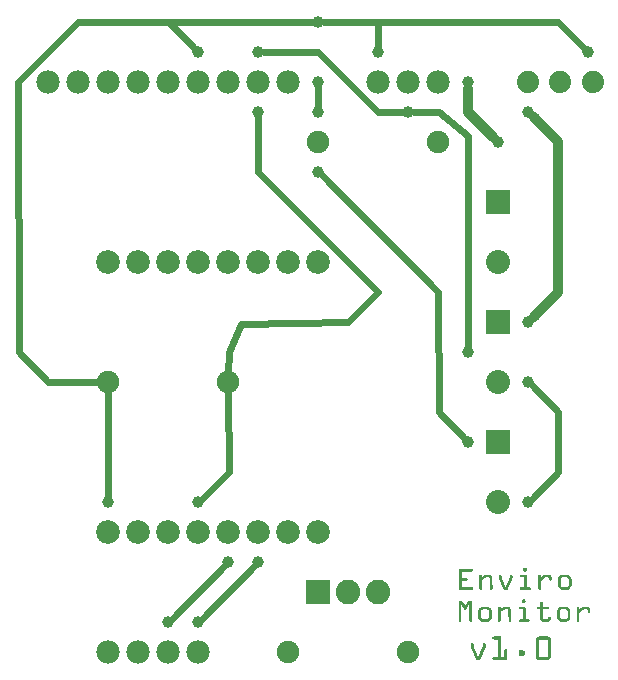
<source format=gtl>
G04 MADE WITH FRITZING*
G04 WWW.FRITZING.ORG*
G04 DOUBLE SIDED*
G04 HOLES PLATED*
G04 CONTOUR ON CENTER OF CONTOUR VECTOR*
%ASAXBY*%
%FSLAX23Y23*%
%MOIN*%
%OFA0B0*%
%SFA1.0B1.0*%
%ADD10C,0.039370*%
%ADD11C,0.079391*%
%ADD12C,0.082000*%
%ADD13C,0.074000*%
%ADD14C,0.078000*%
%ADD15C,0.075000*%
%ADD16C,0.080000*%
%ADD17R,0.082000X0.082000*%
%ADD18R,0.080000X0.080000*%
%ADD19C,0.024000*%
%ADD20C,0.032000*%
%ADD21R,0.001000X0.001000*%
%LNCOPPER1*%
G90*
G70*
G54D10*
X422Y647D03*
X722Y647D03*
X722Y2147D03*
X922Y2147D03*
X922Y1947D03*
X1322Y2147D03*
X1122Y1947D03*
X1122Y1747D03*
X1422Y1947D03*
X2022Y2147D03*
X1622Y2047D03*
X1722Y1847D03*
X1822Y1947D03*
X1822Y1247D03*
X1822Y647D03*
X1822Y1047D03*
X1622Y1147D03*
X1622Y847D03*
X822Y447D03*
X622Y247D03*
X922Y447D03*
X722Y247D03*
X1122Y2047D03*
X1122Y2247D03*
G54D11*
X1122Y1447D03*
X1022Y1447D03*
X922Y1447D03*
X822Y1447D03*
X722Y1447D03*
X622Y1447D03*
X522Y1447D03*
X422Y1447D03*
X422Y547D03*
X522Y547D03*
X622Y547D03*
X722Y547D03*
X822Y547D03*
X922Y547D03*
X1022Y547D03*
X1122Y547D03*
G54D12*
X1122Y347D03*
X1222Y347D03*
X1322Y347D03*
G54D13*
X1822Y2047D03*
X1929Y2047D03*
X2036Y2047D03*
X1822Y2047D03*
X1929Y2047D03*
X2036Y2047D03*
G54D14*
X722Y2047D03*
X622Y2047D03*
X522Y2047D03*
X422Y2047D03*
X322Y2047D03*
X222Y2047D03*
X822Y2047D03*
X922Y2047D03*
X1022Y2047D03*
X1322Y2047D03*
X1422Y2047D03*
X1522Y2047D03*
X422Y147D03*
X522Y147D03*
X622Y147D03*
X722Y147D03*
G54D15*
X1122Y1847D03*
X1522Y1847D03*
X1422Y147D03*
X1022Y147D03*
X822Y1047D03*
X422Y1047D03*
G54D16*
X1722Y1647D03*
X1722Y1447D03*
X1722Y1247D03*
X1722Y1047D03*
X1722Y847D03*
X1722Y647D03*
G54D17*
X1122Y347D03*
G54D18*
X1722Y1647D03*
X1722Y1247D03*
X1722Y847D03*
G54D19*
X422Y666D02*
X422Y1019D01*
D02*
X709Y2161D02*
X623Y2247D01*
D02*
X1403Y1947D02*
X1322Y1947D01*
D02*
X1122Y1966D02*
X1122Y2028D01*
D02*
X1322Y2166D02*
X1322Y2247D01*
D02*
X2009Y2161D02*
X1922Y2247D01*
G54D20*
D02*
X1622Y1947D02*
X1705Y1865D01*
D02*
X1622Y2023D02*
X1622Y1947D01*
G54D19*
D02*
X1922Y747D02*
X1922Y947D01*
D02*
X1922Y947D02*
X1836Y1034D01*
D02*
X1836Y661D02*
X1922Y747D01*
G54D20*
D02*
X1922Y1847D02*
X1840Y1930D01*
D02*
X1922Y1347D02*
X1922Y1847D01*
D02*
X1840Y1265D02*
X1922Y1347D01*
G54D19*
D02*
X636Y261D02*
X809Y434D01*
D02*
X909Y434D02*
X736Y261D01*
D02*
X1322Y1347D02*
X1222Y1247D01*
D02*
X1222Y1247D02*
X864Y1241D01*
D02*
X864Y1241D02*
X823Y1146D01*
D02*
X823Y1146D02*
X822Y1076D01*
D02*
X922Y1747D02*
X1322Y1347D01*
D02*
X922Y1928D02*
X922Y1747D01*
D02*
X941Y2147D02*
X1121Y2148D01*
D02*
X1121Y2148D02*
X1322Y1947D01*
D02*
X1522Y1347D02*
X1136Y1734D01*
D02*
X1523Y948D02*
X1522Y1347D01*
D02*
X1609Y861D02*
X1523Y948D01*
D02*
X1322Y2247D02*
X1141Y2247D01*
D02*
X1103Y2247D02*
X623Y2247D01*
D02*
X823Y748D02*
X822Y1019D01*
D02*
X736Y661D02*
X823Y748D01*
D02*
X122Y2048D02*
X123Y1147D01*
D02*
X322Y2247D02*
X122Y2048D01*
D02*
X623Y2247D02*
X322Y2247D01*
D02*
X221Y1046D02*
X394Y1047D01*
D02*
X123Y1147D02*
X221Y1046D01*
D02*
X1622Y1347D02*
X1622Y1166D01*
D02*
X1622Y1747D02*
X1622Y1347D01*
D02*
X1922Y2247D02*
X1322Y2247D01*
D02*
X1441Y1947D02*
X1523Y1947D01*
D02*
X1621Y1867D02*
X1622Y1747D01*
D02*
X1523Y1947D02*
X1621Y1867D01*
G54D21*
X1806Y428D02*
X1814Y428D01*
X1805Y427D02*
X1815Y427D01*
X1804Y426D02*
X1816Y426D01*
X1804Y425D02*
X1816Y425D01*
X1593Y424D02*
X1635Y424D01*
X1804Y424D02*
X1816Y424D01*
X1593Y423D02*
X1636Y423D01*
X1804Y423D02*
X1816Y423D01*
X1593Y422D02*
X1637Y422D01*
X1804Y422D02*
X1816Y422D01*
X1593Y421D02*
X1637Y421D01*
X1804Y421D02*
X1816Y421D01*
X1593Y420D02*
X1637Y420D01*
X1804Y420D02*
X1816Y420D01*
X1593Y419D02*
X1637Y419D01*
X1804Y419D02*
X1816Y419D01*
X1593Y418D02*
X1637Y418D01*
X1804Y418D02*
X1816Y418D01*
X1593Y417D02*
X1636Y417D01*
X1805Y417D02*
X1815Y417D01*
X1593Y416D02*
X1634Y416D01*
X1807Y416D02*
X1813Y416D01*
X1593Y415D02*
X1601Y415D01*
X1593Y414D02*
X1601Y414D01*
X1593Y413D02*
X1601Y413D01*
X1593Y412D02*
X1601Y412D01*
X1593Y411D02*
X1601Y411D01*
X1593Y410D02*
X1601Y410D01*
X1593Y409D02*
X1601Y409D01*
X1593Y408D02*
X1601Y408D01*
X1593Y407D02*
X1601Y407D01*
X1593Y406D02*
X1601Y406D01*
X1593Y405D02*
X1601Y405D01*
X1661Y405D02*
X1665Y405D01*
X1680Y405D02*
X1692Y405D01*
X1727Y405D02*
X1730Y405D01*
X1763Y405D02*
X1766Y405D01*
X1797Y405D02*
X1814Y405D01*
X1858Y405D02*
X1862Y405D01*
X1876Y405D02*
X1890Y405D01*
X1934Y405D02*
X1953Y405D01*
X1593Y404D02*
X1601Y404D01*
X1660Y404D02*
X1666Y404D01*
X1678Y404D02*
X1695Y404D01*
X1726Y404D02*
X1731Y404D01*
X1762Y404D02*
X1767Y404D01*
X1796Y404D02*
X1815Y404D01*
X1857Y404D02*
X1863Y404D01*
X1875Y404D02*
X1893Y404D01*
X1932Y404D02*
X1955Y404D01*
X1593Y403D02*
X1601Y403D01*
X1659Y403D02*
X1666Y403D01*
X1676Y403D02*
X1696Y403D01*
X1725Y403D02*
X1732Y403D01*
X1761Y403D02*
X1768Y403D01*
X1795Y403D02*
X1816Y403D01*
X1856Y403D02*
X1863Y403D01*
X1873Y403D02*
X1894Y403D01*
X1930Y403D02*
X1957Y403D01*
X1593Y402D02*
X1601Y402D01*
X1659Y402D02*
X1667Y402D01*
X1674Y402D02*
X1697Y402D01*
X1725Y402D02*
X1732Y402D01*
X1761Y402D02*
X1768Y402D01*
X1795Y402D02*
X1816Y402D01*
X1856Y402D02*
X1864Y402D01*
X1872Y402D02*
X1896Y402D01*
X1929Y402D02*
X1958Y402D01*
X1593Y401D02*
X1601Y401D01*
X1659Y401D02*
X1667Y401D01*
X1673Y401D02*
X1698Y401D01*
X1724Y401D02*
X1733Y401D01*
X1760Y401D02*
X1769Y401D01*
X1795Y401D02*
X1816Y401D01*
X1856Y401D02*
X1864Y401D01*
X1871Y401D02*
X1896Y401D01*
X1928Y401D02*
X1959Y401D01*
X1593Y400D02*
X1601Y400D01*
X1659Y400D02*
X1667Y400D01*
X1671Y400D02*
X1699Y400D01*
X1724Y400D02*
X1733Y400D01*
X1760Y400D02*
X1769Y400D01*
X1795Y400D02*
X1816Y400D01*
X1856Y400D02*
X1864Y400D01*
X1870Y400D02*
X1897Y400D01*
X1927Y400D02*
X1960Y400D01*
X1593Y399D02*
X1601Y399D01*
X1659Y399D02*
X1667Y399D01*
X1670Y399D02*
X1700Y399D01*
X1724Y399D02*
X1733Y399D01*
X1760Y399D02*
X1769Y399D01*
X1795Y399D02*
X1816Y399D01*
X1856Y399D02*
X1864Y399D01*
X1869Y399D02*
X1898Y399D01*
X1926Y399D02*
X1961Y399D01*
X1593Y398D02*
X1601Y398D01*
X1659Y398D02*
X1700Y398D01*
X1724Y398D02*
X1733Y398D01*
X1760Y398D02*
X1769Y398D01*
X1796Y398D02*
X1816Y398D01*
X1856Y398D02*
X1864Y398D01*
X1868Y398D02*
X1899Y398D01*
X1925Y398D02*
X1962Y398D01*
X1593Y397D02*
X1601Y397D01*
X1659Y397D02*
X1701Y397D01*
X1724Y397D02*
X1733Y397D01*
X1760Y397D02*
X1769Y397D01*
X1797Y397D02*
X1816Y397D01*
X1856Y397D02*
X1864Y397D01*
X1866Y397D02*
X1899Y397D01*
X1924Y397D02*
X1963Y397D01*
X1593Y396D02*
X1601Y396D01*
X1659Y396D02*
X1681Y396D01*
X1691Y396D02*
X1701Y396D01*
X1724Y396D02*
X1733Y396D01*
X1760Y396D02*
X1769Y396D01*
X1808Y396D02*
X1816Y396D01*
X1856Y396D02*
X1878Y396D01*
X1889Y396D02*
X1899Y396D01*
X1923Y396D02*
X1935Y396D01*
X1952Y396D02*
X1964Y396D01*
X1593Y395D02*
X1601Y395D01*
X1659Y395D02*
X1679Y395D01*
X1692Y395D02*
X1701Y395D01*
X1724Y395D02*
X1733Y395D01*
X1760Y395D02*
X1769Y395D01*
X1808Y395D02*
X1816Y395D01*
X1856Y395D02*
X1877Y395D01*
X1891Y395D02*
X1900Y395D01*
X1923Y395D02*
X1934Y395D01*
X1953Y395D02*
X1964Y395D01*
X1593Y394D02*
X1615Y394D01*
X1659Y394D02*
X1678Y394D01*
X1693Y394D02*
X1702Y394D01*
X1724Y394D02*
X1733Y394D01*
X1760Y394D02*
X1769Y394D01*
X1808Y394D02*
X1816Y394D01*
X1856Y394D02*
X1876Y394D01*
X1891Y394D02*
X1900Y394D01*
X1922Y394D02*
X1933Y394D01*
X1955Y394D02*
X1965Y394D01*
X1593Y393D02*
X1617Y393D01*
X1659Y393D02*
X1676Y393D01*
X1693Y393D02*
X1702Y393D01*
X1724Y393D02*
X1733Y393D01*
X1760Y393D02*
X1769Y393D01*
X1808Y393D02*
X1816Y393D01*
X1856Y393D02*
X1875Y393D01*
X1892Y393D02*
X1900Y393D01*
X1922Y393D02*
X1932Y393D01*
X1956Y393D02*
X1965Y393D01*
X1593Y392D02*
X1618Y392D01*
X1659Y392D02*
X1675Y392D01*
X1694Y392D02*
X1702Y392D01*
X1725Y392D02*
X1734Y392D01*
X1759Y392D02*
X1768Y392D01*
X1808Y392D02*
X1816Y392D01*
X1856Y392D02*
X1874Y392D01*
X1892Y392D02*
X1900Y392D01*
X1922Y392D02*
X1931Y392D01*
X1956Y392D02*
X1965Y392D01*
X1593Y391D02*
X1619Y391D01*
X1659Y391D02*
X1673Y391D01*
X1694Y391D02*
X1702Y391D01*
X1725Y391D02*
X1734Y391D01*
X1759Y391D02*
X1768Y391D01*
X1808Y391D02*
X1816Y391D01*
X1856Y391D02*
X1873Y391D01*
X1892Y391D02*
X1900Y391D01*
X1922Y391D02*
X1930Y391D01*
X1957Y391D02*
X1966Y391D01*
X1593Y390D02*
X1619Y390D01*
X1659Y390D02*
X1672Y390D01*
X1694Y390D02*
X1702Y390D01*
X1725Y390D02*
X1734Y390D01*
X1759Y390D02*
X1768Y390D01*
X1808Y390D02*
X1816Y390D01*
X1856Y390D02*
X1871Y390D01*
X1892Y390D02*
X1900Y390D01*
X1922Y390D02*
X1930Y390D01*
X1957Y390D02*
X1966Y390D01*
X1593Y389D02*
X1619Y389D01*
X1659Y389D02*
X1670Y389D01*
X1694Y389D02*
X1702Y389D01*
X1726Y389D02*
X1735Y389D01*
X1758Y389D02*
X1767Y389D01*
X1808Y389D02*
X1816Y389D01*
X1856Y389D02*
X1870Y389D01*
X1892Y389D02*
X1900Y389D01*
X1921Y389D02*
X1930Y389D01*
X1958Y389D02*
X1966Y389D01*
X1593Y388D02*
X1619Y388D01*
X1659Y388D02*
X1669Y388D01*
X1694Y388D02*
X1702Y388D01*
X1726Y388D02*
X1735Y388D01*
X1758Y388D02*
X1767Y388D01*
X1808Y388D02*
X1816Y388D01*
X1856Y388D02*
X1869Y388D01*
X1892Y388D02*
X1900Y388D01*
X1921Y388D02*
X1930Y388D01*
X1958Y388D02*
X1966Y388D01*
X1593Y387D02*
X1618Y387D01*
X1659Y387D02*
X1667Y387D01*
X1694Y387D02*
X1702Y387D01*
X1727Y387D02*
X1736Y387D01*
X1757Y387D02*
X1766Y387D01*
X1808Y387D02*
X1816Y387D01*
X1856Y387D02*
X1868Y387D01*
X1893Y387D02*
X1899Y387D01*
X1921Y387D02*
X1930Y387D01*
X1958Y387D02*
X1966Y387D01*
X1593Y386D02*
X1617Y386D01*
X1659Y386D02*
X1667Y386D01*
X1694Y386D02*
X1702Y386D01*
X1727Y386D02*
X1736Y386D01*
X1757Y386D02*
X1766Y386D01*
X1808Y386D02*
X1816Y386D01*
X1856Y386D02*
X1867Y386D01*
X1894Y386D02*
X1898Y386D01*
X1921Y386D02*
X1930Y386D01*
X1958Y386D02*
X1966Y386D01*
X1593Y385D02*
X1615Y385D01*
X1659Y385D02*
X1667Y385D01*
X1694Y385D02*
X1702Y385D01*
X1728Y385D02*
X1737Y385D01*
X1756Y385D02*
X1765Y385D01*
X1808Y385D02*
X1816Y385D01*
X1856Y385D02*
X1866Y385D01*
X1896Y385D02*
X1896Y385D01*
X1921Y385D02*
X1930Y385D01*
X1958Y385D02*
X1966Y385D01*
X1593Y384D02*
X1601Y384D01*
X1659Y384D02*
X1667Y384D01*
X1694Y384D02*
X1702Y384D01*
X1728Y384D02*
X1737Y384D01*
X1756Y384D02*
X1765Y384D01*
X1808Y384D02*
X1816Y384D01*
X1856Y384D02*
X1865Y384D01*
X1921Y384D02*
X1930Y384D01*
X1958Y384D02*
X1966Y384D01*
X1593Y383D02*
X1601Y383D01*
X1659Y383D02*
X1667Y383D01*
X1694Y383D02*
X1702Y383D01*
X1728Y383D02*
X1737Y383D01*
X1756Y383D02*
X1764Y383D01*
X1808Y383D02*
X1816Y383D01*
X1856Y383D02*
X1864Y383D01*
X1921Y383D02*
X1930Y383D01*
X1958Y383D02*
X1966Y383D01*
X1593Y382D02*
X1601Y382D01*
X1659Y382D02*
X1667Y382D01*
X1694Y382D02*
X1702Y382D01*
X1729Y382D02*
X1738Y382D01*
X1755Y382D02*
X1764Y382D01*
X1808Y382D02*
X1816Y382D01*
X1856Y382D02*
X1864Y382D01*
X1921Y382D02*
X1930Y382D01*
X1958Y382D02*
X1966Y382D01*
X1593Y381D02*
X1601Y381D01*
X1659Y381D02*
X1667Y381D01*
X1694Y381D02*
X1702Y381D01*
X1729Y381D02*
X1738Y381D01*
X1755Y381D02*
X1764Y381D01*
X1808Y381D02*
X1816Y381D01*
X1856Y381D02*
X1864Y381D01*
X1921Y381D02*
X1930Y381D01*
X1958Y381D02*
X1966Y381D01*
X1593Y380D02*
X1601Y380D01*
X1659Y380D02*
X1667Y380D01*
X1694Y380D02*
X1702Y380D01*
X1730Y380D02*
X1739Y380D01*
X1754Y380D02*
X1763Y380D01*
X1808Y380D02*
X1816Y380D01*
X1856Y380D02*
X1864Y380D01*
X1921Y380D02*
X1930Y380D01*
X1958Y380D02*
X1966Y380D01*
X1593Y379D02*
X1601Y379D01*
X1659Y379D02*
X1667Y379D01*
X1694Y379D02*
X1702Y379D01*
X1730Y379D02*
X1739Y379D01*
X1754Y379D02*
X1763Y379D01*
X1808Y379D02*
X1816Y379D01*
X1856Y379D02*
X1864Y379D01*
X1921Y379D02*
X1930Y379D01*
X1958Y379D02*
X1966Y379D01*
X1593Y378D02*
X1601Y378D01*
X1659Y378D02*
X1667Y378D01*
X1694Y378D02*
X1702Y378D01*
X1731Y378D02*
X1740Y378D01*
X1753Y378D02*
X1762Y378D01*
X1808Y378D02*
X1816Y378D01*
X1856Y378D02*
X1864Y378D01*
X1921Y378D02*
X1930Y378D01*
X1958Y378D02*
X1966Y378D01*
X1593Y377D02*
X1601Y377D01*
X1659Y377D02*
X1667Y377D01*
X1694Y377D02*
X1702Y377D01*
X1731Y377D02*
X1740Y377D01*
X1753Y377D02*
X1762Y377D01*
X1808Y377D02*
X1816Y377D01*
X1856Y377D02*
X1864Y377D01*
X1921Y377D02*
X1930Y377D01*
X1958Y377D02*
X1966Y377D01*
X1593Y376D02*
X1601Y376D01*
X1659Y376D02*
X1667Y376D01*
X1694Y376D02*
X1702Y376D01*
X1732Y376D02*
X1741Y376D01*
X1752Y376D02*
X1761Y376D01*
X1808Y376D02*
X1816Y376D01*
X1856Y376D02*
X1864Y376D01*
X1921Y376D02*
X1930Y376D01*
X1958Y376D02*
X1966Y376D01*
X1593Y375D02*
X1601Y375D01*
X1659Y375D02*
X1667Y375D01*
X1694Y375D02*
X1702Y375D01*
X1732Y375D02*
X1741Y375D01*
X1752Y375D02*
X1761Y375D01*
X1808Y375D02*
X1816Y375D01*
X1856Y375D02*
X1864Y375D01*
X1921Y375D02*
X1930Y375D01*
X1958Y375D02*
X1966Y375D01*
X1593Y374D02*
X1601Y374D01*
X1659Y374D02*
X1667Y374D01*
X1694Y374D02*
X1702Y374D01*
X1732Y374D02*
X1741Y374D01*
X1752Y374D02*
X1761Y374D01*
X1808Y374D02*
X1816Y374D01*
X1856Y374D02*
X1864Y374D01*
X1921Y374D02*
X1930Y374D01*
X1958Y374D02*
X1966Y374D01*
X1593Y373D02*
X1601Y373D01*
X1659Y373D02*
X1667Y373D01*
X1694Y373D02*
X1702Y373D01*
X1733Y373D02*
X1742Y373D01*
X1751Y373D02*
X1760Y373D01*
X1808Y373D02*
X1816Y373D01*
X1856Y373D02*
X1864Y373D01*
X1921Y373D02*
X1930Y373D01*
X1958Y373D02*
X1966Y373D01*
X1593Y372D02*
X1601Y372D01*
X1659Y372D02*
X1667Y372D01*
X1694Y372D02*
X1702Y372D01*
X1733Y372D02*
X1742Y372D01*
X1751Y372D02*
X1760Y372D01*
X1808Y372D02*
X1816Y372D01*
X1856Y372D02*
X1864Y372D01*
X1921Y372D02*
X1930Y372D01*
X1958Y372D02*
X1966Y372D01*
X1593Y371D02*
X1601Y371D01*
X1659Y371D02*
X1667Y371D01*
X1694Y371D02*
X1702Y371D01*
X1734Y371D02*
X1743Y371D01*
X1750Y371D02*
X1759Y371D01*
X1808Y371D02*
X1816Y371D01*
X1856Y371D02*
X1864Y371D01*
X1921Y371D02*
X1930Y371D01*
X1958Y371D02*
X1966Y371D01*
X1593Y370D02*
X1601Y370D01*
X1659Y370D02*
X1667Y370D01*
X1694Y370D02*
X1703Y370D01*
X1734Y370D02*
X1743Y370D01*
X1750Y370D02*
X1759Y370D01*
X1808Y370D02*
X1816Y370D01*
X1856Y370D02*
X1864Y370D01*
X1921Y370D02*
X1930Y370D01*
X1957Y370D02*
X1966Y370D01*
X1593Y369D02*
X1601Y369D01*
X1659Y369D02*
X1667Y369D01*
X1694Y369D02*
X1703Y369D01*
X1735Y369D02*
X1744Y369D01*
X1749Y369D02*
X1758Y369D01*
X1808Y369D02*
X1816Y369D01*
X1856Y369D02*
X1864Y369D01*
X1922Y369D02*
X1930Y369D01*
X1957Y369D02*
X1966Y369D01*
X1593Y368D02*
X1601Y368D01*
X1659Y368D02*
X1667Y368D01*
X1694Y368D02*
X1703Y368D01*
X1735Y368D02*
X1744Y368D01*
X1749Y368D02*
X1758Y368D01*
X1808Y368D02*
X1816Y368D01*
X1856Y368D02*
X1864Y368D01*
X1922Y368D02*
X1930Y368D01*
X1957Y368D02*
X1966Y368D01*
X1593Y367D02*
X1601Y367D01*
X1659Y367D02*
X1667Y367D01*
X1694Y367D02*
X1703Y367D01*
X1735Y367D02*
X1744Y367D01*
X1748Y367D02*
X1757Y367D01*
X1808Y367D02*
X1816Y367D01*
X1856Y367D02*
X1864Y367D01*
X1922Y367D02*
X1931Y367D01*
X1956Y367D02*
X1965Y367D01*
X1593Y366D02*
X1601Y366D01*
X1659Y366D02*
X1667Y366D01*
X1695Y366D02*
X1703Y366D01*
X1736Y366D02*
X1745Y366D01*
X1748Y366D02*
X1757Y366D01*
X1808Y366D02*
X1816Y366D01*
X1856Y366D02*
X1864Y366D01*
X1922Y366D02*
X1932Y366D01*
X1955Y366D02*
X1965Y366D01*
X1593Y365D02*
X1601Y365D01*
X1659Y365D02*
X1667Y365D01*
X1695Y365D02*
X1703Y365D01*
X1736Y365D02*
X1745Y365D01*
X1748Y365D02*
X1757Y365D01*
X1808Y365D02*
X1816Y365D01*
X1856Y365D02*
X1864Y365D01*
X1923Y365D02*
X1934Y365D01*
X1953Y365D02*
X1964Y365D01*
X1593Y364D02*
X1601Y364D01*
X1659Y364D02*
X1667Y364D01*
X1695Y364D02*
X1703Y364D01*
X1737Y364D02*
X1756Y364D01*
X1808Y364D02*
X1816Y364D01*
X1856Y364D02*
X1864Y364D01*
X1923Y364D02*
X1935Y364D01*
X1952Y364D02*
X1964Y364D01*
X1593Y363D02*
X1634Y363D01*
X1659Y363D02*
X1667Y363D01*
X1695Y363D02*
X1703Y363D01*
X1737Y363D02*
X1756Y363D01*
X1798Y363D02*
X1826Y363D01*
X1856Y363D02*
X1864Y363D01*
X1924Y363D02*
X1963Y363D01*
X1593Y362D02*
X1636Y362D01*
X1659Y362D02*
X1667Y362D01*
X1695Y362D02*
X1703Y362D01*
X1738Y362D02*
X1755Y362D01*
X1796Y362D02*
X1828Y362D01*
X1856Y362D02*
X1864Y362D01*
X1924Y362D02*
X1962Y362D01*
X1593Y361D02*
X1637Y361D01*
X1659Y361D02*
X1667Y361D01*
X1695Y361D02*
X1703Y361D01*
X1738Y361D02*
X1755Y361D01*
X1795Y361D02*
X1829Y361D01*
X1856Y361D02*
X1864Y361D01*
X1925Y361D02*
X1962Y361D01*
X1593Y360D02*
X1637Y360D01*
X1659Y360D02*
X1667Y360D01*
X1695Y360D02*
X1703Y360D01*
X1739Y360D02*
X1754Y360D01*
X1795Y360D02*
X1830Y360D01*
X1856Y360D02*
X1864Y360D01*
X1926Y360D02*
X1961Y360D01*
X1593Y359D02*
X1637Y359D01*
X1659Y359D02*
X1667Y359D01*
X1695Y359D02*
X1703Y359D01*
X1739Y359D02*
X1754Y359D01*
X1795Y359D02*
X1830Y359D01*
X1856Y359D02*
X1864Y359D01*
X1928Y359D02*
X1959Y359D01*
X1593Y358D02*
X1637Y358D01*
X1659Y358D02*
X1667Y358D01*
X1695Y358D02*
X1703Y358D01*
X1739Y358D02*
X1754Y358D01*
X1795Y358D02*
X1830Y358D01*
X1856Y358D02*
X1864Y358D01*
X1929Y358D02*
X1958Y358D01*
X1593Y357D02*
X1637Y357D01*
X1659Y357D02*
X1667Y357D01*
X1695Y357D02*
X1703Y357D01*
X1740Y357D02*
X1753Y357D01*
X1795Y357D02*
X1829Y357D01*
X1856Y357D02*
X1864Y357D01*
X1930Y357D02*
X1957Y357D01*
X1593Y356D02*
X1636Y356D01*
X1660Y356D02*
X1666Y356D01*
X1696Y356D02*
X1702Y356D01*
X1740Y356D02*
X1753Y356D01*
X1796Y356D02*
X1829Y356D01*
X1857Y356D02*
X1863Y356D01*
X1931Y356D02*
X1956Y356D01*
X1593Y355D02*
X1635Y355D01*
X1661Y355D02*
X1665Y355D01*
X1697Y355D02*
X1701Y355D01*
X1741Y355D02*
X1752Y355D01*
X1797Y355D02*
X1828Y355D01*
X1858Y355D02*
X1862Y355D01*
X1933Y355D02*
X1954Y355D01*
X1804Y322D02*
X1809Y322D01*
X1802Y321D02*
X1811Y321D01*
X1801Y320D02*
X1812Y320D01*
X1800Y319D02*
X1812Y319D01*
X1590Y318D02*
X1600Y318D01*
X1623Y318D02*
X1634Y318D01*
X1800Y318D02*
X1813Y318D01*
X1590Y317D02*
X1601Y317D01*
X1622Y317D02*
X1634Y317D01*
X1800Y317D02*
X1813Y317D01*
X1590Y316D02*
X1602Y316D01*
X1622Y316D02*
X1634Y316D01*
X1800Y316D02*
X1813Y316D01*
X1590Y315D02*
X1602Y315D01*
X1621Y315D02*
X1634Y315D01*
X1800Y315D02*
X1813Y315D01*
X1590Y314D02*
X1603Y314D01*
X1620Y314D02*
X1634Y314D01*
X1800Y314D02*
X1813Y314D01*
X1864Y314D02*
X1867Y314D01*
X1590Y313D02*
X1604Y313D01*
X1620Y313D02*
X1634Y313D01*
X1800Y313D02*
X1813Y313D01*
X1863Y313D02*
X1868Y313D01*
X1590Y312D02*
X1604Y312D01*
X1619Y312D02*
X1634Y312D01*
X1800Y312D02*
X1812Y312D01*
X1862Y312D02*
X1869Y312D01*
X1590Y311D02*
X1605Y311D01*
X1618Y311D02*
X1634Y311D01*
X1801Y311D02*
X1812Y311D01*
X1861Y311D02*
X1869Y311D01*
X1590Y310D02*
X1606Y310D01*
X1617Y310D02*
X1634Y310D01*
X1802Y310D02*
X1811Y310D01*
X1861Y310D02*
X1869Y310D01*
X1590Y309D02*
X1606Y309D01*
X1617Y309D02*
X1634Y309D01*
X1861Y309D02*
X1869Y309D01*
X1590Y308D02*
X1607Y308D01*
X1616Y308D02*
X1634Y308D01*
X1861Y308D02*
X1869Y308D01*
X1590Y307D02*
X1608Y307D01*
X1615Y307D02*
X1634Y307D01*
X1861Y307D02*
X1869Y307D01*
X1590Y306D02*
X1609Y306D01*
X1615Y306D02*
X1634Y306D01*
X1861Y306D02*
X1869Y306D01*
X1590Y305D02*
X1609Y305D01*
X1614Y305D02*
X1634Y305D01*
X1861Y305D02*
X1869Y305D01*
X1590Y304D02*
X1598Y304D01*
X1600Y304D02*
X1610Y304D01*
X1613Y304D02*
X1623Y304D01*
X1626Y304D02*
X1634Y304D01*
X1861Y304D02*
X1869Y304D01*
X1590Y303D02*
X1598Y303D01*
X1600Y303D02*
X1611Y303D01*
X1613Y303D02*
X1623Y303D01*
X1626Y303D02*
X1634Y303D01*
X1861Y303D02*
X1869Y303D01*
X1590Y302D02*
X1598Y302D01*
X1601Y302D02*
X1622Y302D01*
X1626Y302D02*
X1634Y302D01*
X1861Y302D02*
X1869Y302D01*
X1590Y301D02*
X1598Y301D01*
X1602Y301D02*
X1621Y301D01*
X1626Y301D02*
X1634Y301D01*
X1861Y301D02*
X1869Y301D01*
X1590Y300D02*
X1598Y300D01*
X1603Y300D02*
X1621Y300D01*
X1626Y300D02*
X1634Y300D01*
X1861Y300D02*
X1869Y300D01*
X1590Y299D02*
X1598Y299D01*
X1603Y299D02*
X1620Y299D01*
X1626Y299D02*
X1634Y299D01*
X1861Y299D02*
X1870Y299D01*
X1590Y298D02*
X1598Y298D01*
X1604Y298D02*
X1619Y298D01*
X1626Y298D02*
X1634Y298D01*
X1667Y298D02*
X1687Y298D01*
X1723Y298D02*
X1727Y298D01*
X1741Y298D02*
X1755Y298D01*
X1793Y298D02*
X1811Y298D01*
X1854Y298D02*
X1890Y298D01*
X1930Y298D02*
X1950Y298D01*
X1985Y298D02*
X1990Y298D01*
X2003Y298D02*
X2019Y298D01*
X1590Y297D02*
X1598Y297D01*
X1605Y297D02*
X1619Y297D01*
X1626Y297D02*
X1634Y297D01*
X1665Y297D02*
X1689Y297D01*
X1722Y297D02*
X1728Y297D01*
X1739Y297D02*
X1757Y297D01*
X1792Y297D02*
X1812Y297D01*
X1853Y297D02*
X1891Y297D01*
X1928Y297D02*
X1952Y297D01*
X1985Y297D02*
X1991Y297D01*
X2002Y297D02*
X2021Y297D01*
X1590Y296D02*
X1598Y296D01*
X1605Y296D02*
X1618Y296D01*
X1626Y296D02*
X1634Y296D01*
X1664Y296D02*
X1691Y296D01*
X1721Y296D02*
X1729Y296D01*
X1738Y296D02*
X1759Y296D01*
X1791Y296D02*
X1812Y296D01*
X1853Y296D02*
X1892Y296D01*
X1926Y296D02*
X1954Y296D01*
X1984Y296D02*
X1991Y296D01*
X2001Y296D02*
X2023Y296D01*
X1590Y295D02*
X1598Y295D01*
X1606Y295D02*
X1617Y295D01*
X1626Y295D02*
X1634Y295D01*
X1662Y295D02*
X1692Y295D01*
X1721Y295D02*
X1729Y295D01*
X1736Y295D02*
X1760Y295D01*
X1791Y295D02*
X1813Y295D01*
X1852Y295D02*
X1892Y295D01*
X1925Y295D02*
X1955Y295D01*
X1984Y295D02*
X1992Y295D01*
X2000Y295D02*
X2024Y295D01*
X1590Y294D02*
X1598Y294D01*
X1607Y294D02*
X1616Y294D01*
X1626Y294D02*
X1634Y294D01*
X1661Y294D02*
X1693Y294D01*
X1721Y294D02*
X1729Y294D01*
X1734Y294D02*
X1761Y294D01*
X1791Y294D02*
X1813Y294D01*
X1852Y294D02*
X1892Y294D01*
X1924Y294D02*
X1956Y294D01*
X1984Y294D02*
X1992Y294D01*
X1999Y294D02*
X2025Y294D01*
X1590Y293D02*
X1598Y293D01*
X1607Y293D02*
X1616Y293D01*
X1626Y293D02*
X1634Y293D01*
X1660Y293D02*
X1695Y293D01*
X1721Y293D02*
X1729Y293D01*
X1733Y293D02*
X1762Y293D01*
X1791Y293D02*
X1813Y293D01*
X1852Y293D02*
X1892Y293D01*
X1923Y293D02*
X1957Y293D01*
X1984Y293D02*
X1992Y293D01*
X1997Y293D02*
X2025Y293D01*
X1590Y292D02*
X1598Y292D01*
X1608Y292D02*
X1616Y292D01*
X1626Y292D02*
X1634Y292D01*
X1659Y292D02*
X1696Y292D01*
X1721Y292D02*
X1729Y292D01*
X1731Y292D02*
X1762Y292D01*
X1792Y292D02*
X1813Y292D01*
X1853Y292D02*
X1891Y292D01*
X1922Y292D02*
X1958Y292D01*
X1984Y292D02*
X1992Y292D01*
X1996Y292D02*
X2026Y292D01*
X1590Y291D02*
X1598Y291D01*
X1608Y291D02*
X1616Y291D01*
X1626Y291D02*
X1634Y291D01*
X1658Y291D02*
X1696Y291D01*
X1721Y291D02*
X1763Y291D01*
X1793Y291D02*
X1813Y291D01*
X1854Y291D02*
X1890Y291D01*
X1921Y291D02*
X1959Y291D01*
X1984Y291D02*
X1992Y291D01*
X1995Y291D02*
X2027Y291D01*
X1590Y290D02*
X1598Y290D01*
X1608Y290D02*
X1616Y290D01*
X1626Y290D02*
X1634Y290D01*
X1658Y290D02*
X1697Y290D01*
X1721Y290D02*
X1763Y290D01*
X1795Y290D02*
X1813Y290D01*
X1856Y290D02*
X1888Y290D01*
X1920Y290D02*
X1960Y290D01*
X1984Y290D02*
X1992Y290D01*
X1994Y290D02*
X2027Y290D01*
X1590Y289D02*
X1598Y289D01*
X1608Y289D02*
X1615Y289D01*
X1626Y289D02*
X1634Y289D01*
X1657Y289D02*
X1669Y289D01*
X1686Y289D02*
X1698Y289D01*
X1721Y289D02*
X1743Y289D01*
X1754Y289D02*
X1763Y289D01*
X1805Y289D02*
X1813Y289D01*
X1861Y289D02*
X1869Y289D01*
X1920Y289D02*
X1931Y289D01*
X1949Y289D02*
X1960Y289D01*
X1984Y289D02*
X2006Y289D01*
X2018Y289D02*
X2027Y289D01*
X1590Y288D02*
X1598Y288D01*
X1608Y288D02*
X1615Y288D01*
X1626Y288D02*
X1634Y288D01*
X1656Y288D02*
X1667Y288D01*
X1688Y288D02*
X1698Y288D01*
X1721Y288D02*
X1741Y288D01*
X1755Y288D02*
X1764Y288D01*
X1805Y288D02*
X1813Y288D01*
X1861Y288D02*
X1869Y288D01*
X1919Y288D02*
X1930Y288D01*
X1950Y288D02*
X1961Y288D01*
X1984Y288D02*
X2005Y288D01*
X2019Y288D02*
X2028Y288D01*
X1590Y287D02*
X1598Y287D01*
X1609Y287D02*
X1614Y287D01*
X1626Y287D02*
X1634Y287D01*
X1656Y287D02*
X1666Y287D01*
X1689Y287D02*
X1699Y287D01*
X1721Y287D02*
X1740Y287D01*
X1755Y287D02*
X1764Y287D01*
X1805Y287D02*
X1813Y287D01*
X1861Y287D02*
X1869Y287D01*
X1919Y287D02*
X1929Y287D01*
X1952Y287D02*
X1961Y287D01*
X1984Y287D02*
X2004Y287D01*
X2019Y287D02*
X2028Y287D01*
X1590Y286D02*
X1598Y286D01*
X1612Y286D02*
X1612Y286D01*
X1626Y286D02*
X1634Y286D01*
X1656Y286D02*
X1665Y286D01*
X1690Y286D02*
X1699Y286D01*
X1721Y286D02*
X1738Y286D01*
X1756Y286D02*
X1764Y286D01*
X1805Y286D02*
X1813Y286D01*
X1861Y286D02*
X1869Y286D01*
X1918Y286D02*
X1928Y286D01*
X1952Y286D02*
X1962Y286D01*
X1984Y286D02*
X2002Y286D01*
X2020Y286D02*
X2028Y286D01*
X1590Y285D02*
X1598Y285D01*
X1626Y285D02*
X1634Y285D01*
X1656Y285D02*
X1664Y285D01*
X1690Y285D02*
X1699Y285D01*
X1721Y285D02*
X1736Y285D01*
X1756Y285D02*
X1764Y285D01*
X1805Y285D02*
X1813Y285D01*
X1861Y285D02*
X1869Y285D01*
X1918Y285D02*
X1927Y285D01*
X1953Y285D02*
X1962Y285D01*
X1984Y285D02*
X2001Y285D01*
X2020Y285D02*
X2028Y285D01*
X1590Y284D02*
X1598Y284D01*
X1626Y284D02*
X1634Y284D01*
X1655Y284D02*
X1664Y284D01*
X1691Y284D02*
X1699Y284D01*
X1721Y284D02*
X1735Y284D01*
X1756Y284D02*
X1764Y284D01*
X1805Y284D02*
X1813Y284D01*
X1861Y284D02*
X1869Y284D01*
X1918Y284D02*
X1926Y284D01*
X1954Y284D02*
X1962Y284D01*
X1984Y284D02*
X2000Y284D01*
X2020Y284D02*
X2028Y284D01*
X1590Y283D02*
X1598Y283D01*
X1626Y283D02*
X1634Y283D01*
X1655Y283D02*
X1663Y283D01*
X1691Y283D02*
X1699Y283D01*
X1721Y283D02*
X1733Y283D01*
X1756Y283D02*
X1764Y283D01*
X1805Y283D02*
X1813Y283D01*
X1861Y283D02*
X1869Y283D01*
X1918Y283D02*
X1926Y283D01*
X1954Y283D02*
X1962Y283D01*
X1984Y283D02*
X1999Y283D01*
X2020Y283D02*
X2028Y283D01*
X1590Y282D02*
X1598Y282D01*
X1626Y282D02*
X1634Y282D01*
X1655Y282D02*
X1663Y282D01*
X1691Y282D02*
X1699Y282D01*
X1721Y282D02*
X1732Y282D01*
X1756Y282D02*
X1764Y282D01*
X1805Y282D02*
X1813Y282D01*
X1861Y282D02*
X1869Y282D01*
X1918Y282D02*
X1926Y282D01*
X1954Y282D02*
X1962Y282D01*
X1984Y282D02*
X1998Y282D01*
X2020Y282D02*
X2028Y282D01*
X1590Y281D02*
X1598Y281D01*
X1626Y281D02*
X1634Y281D01*
X1655Y281D02*
X1663Y281D01*
X1691Y281D02*
X1699Y281D01*
X1721Y281D02*
X1730Y281D01*
X1756Y281D02*
X1764Y281D01*
X1805Y281D02*
X1813Y281D01*
X1861Y281D02*
X1869Y281D01*
X1918Y281D02*
X1926Y281D01*
X1954Y281D02*
X1962Y281D01*
X1984Y281D02*
X1997Y281D01*
X2020Y281D02*
X2027Y281D01*
X1590Y280D02*
X1598Y280D01*
X1626Y280D02*
X1634Y280D01*
X1655Y280D02*
X1663Y280D01*
X1691Y280D02*
X1699Y280D01*
X1721Y280D02*
X1729Y280D01*
X1756Y280D02*
X1764Y280D01*
X1805Y280D02*
X1813Y280D01*
X1861Y280D02*
X1869Y280D01*
X1918Y280D02*
X1926Y280D01*
X1954Y280D02*
X1962Y280D01*
X1984Y280D02*
X1995Y280D01*
X2021Y280D02*
X2027Y280D01*
X1590Y279D02*
X1598Y279D01*
X1626Y279D02*
X1634Y279D01*
X1655Y279D02*
X1663Y279D01*
X1691Y279D02*
X1699Y279D01*
X1721Y279D02*
X1729Y279D01*
X1756Y279D02*
X1764Y279D01*
X1805Y279D02*
X1813Y279D01*
X1861Y279D02*
X1869Y279D01*
X1918Y279D02*
X1926Y279D01*
X1954Y279D02*
X1962Y279D01*
X1984Y279D02*
X1994Y279D01*
X2022Y279D02*
X2026Y279D01*
X1590Y278D02*
X1598Y278D01*
X1626Y278D02*
X1634Y278D01*
X1655Y278D02*
X1663Y278D01*
X1691Y278D02*
X1699Y278D01*
X1721Y278D02*
X1729Y278D01*
X1756Y278D02*
X1764Y278D01*
X1805Y278D02*
X1813Y278D01*
X1861Y278D02*
X1869Y278D01*
X1918Y278D02*
X1926Y278D01*
X1954Y278D02*
X1962Y278D01*
X1984Y278D02*
X1993Y278D01*
X1590Y277D02*
X1598Y277D01*
X1626Y277D02*
X1634Y277D01*
X1655Y277D02*
X1663Y277D01*
X1691Y277D02*
X1699Y277D01*
X1721Y277D02*
X1729Y277D01*
X1756Y277D02*
X1764Y277D01*
X1805Y277D02*
X1813Y277D01*
X1861Y277D02*
X1869Y277D01*
X1918Y277D02*
X1926Y277D01*
X1954Y277D02*
X1962Y277D01*
X1984Y277D02*
X1992Y277D01*
X1590Y276D02*
X1598Y276D01*
X1626Y276D02*
X1634Y276D01*
X1655Y276D02*
X1663Y276D01*
X1691Y276D02*
X1699Y276D01*
X1721Y276D02*
X1729Y276D01*
X1756Y276D02*
X1764Y276D01*
X1805Y276D02*
X1813Y276D01*
X1861Y276D02*
X1869Y276D01*
X1918Y276D02*
X1926Y276D01*
X1954Y276D02*
X1962Y276D01*
X1984Y276D02*
X1992Y276D01*
X1590Y275D02*
X1598Y275D01*
X1626Y275D02*
X1634Y275D01*
X1655Y275D02*
X1663Y275D01*
X1691Y275D02*
X1699Y275D01*
X1721Y275D02*
X1729Y275D01*
X1756Y275D02*
X1764Y275D01*
X1805Y275D02*
X1813Y275D01*
X1861Y275D02*
X1869Y275D01*
X1918Y275D02*
X1926Y275D01*
X1954Y275D02*
X1962Y275D01*
X1984Y275D02*
X1992Y275D01*
X1590Y274D02*
X1598Y274D01*
X1626Y274D02*
X1634Y274D01*
X1655Y274D02*
X1663Y274D01*
X1691Y274D02*
X1699Y274D01*
X1721Y274D02*
X1729Y274D01*
X1756Y274D02*
X1764Y274D01*
X1805Y274D02*
X1813Y274D01*
X1861Y274D02*
X1869Y274D01*
X1918Y274D02*
X1926Y274D01*
X1954Y274D02*
X1962Y274D01*
X1984Y274D02*
X1992Y274D01*
X1590Y273D02*
X1598Y273D01*
X1626Y273D02*
X1634Y273D01*
X1655Y273D02*
X1663Y273D01*
X1691Y273D02*
X1699Y273D01*
X1721Y273D02*
X1729Y273D01*
X1756Y273D02*
X1764Y273D01*
X1805Y273D02*
X1813Y273D01*
X1861Y273D02*
X1869Y273D01*
X1918Y273D02*
X1926Y273D01*
X1954Y273D02*
X1962Y273D01*
X1984Y273D02*
X1992Y273D01*
X1590Y272D02*
X1598Y272D01*
X1626Y272D02*
X1634Y272D01*
X1655Y272D02*
X1663Y272D01*
X1691Y272D02*
X1699Y272D01*
X1721Y272D02*
X1729Y272D01*
X1756Y272D02*
X1764Y272D01*
X1805Y272D02*
X1813Y272D01*
X1861Y272D02*
X1869Y272D01*
X1918Y272D02*
X1926Y272D01*
X1954Y272D02*
X1962Y272D01*
X1984Y272D02*
X1992Y272D01*
X1590Y271D02*
X1598Y271D01*
X1626Y271D02*
X1634Y271D01*
X1655Y271D02*
X1663Y271D01*
X1691Y271D02*
X1699Y271D01*
X1721Y271D02*
X1729Y271D01*
X1756Y271D02*
X1764Y271D01*
X1805Y271D02*
X1813Y271D01*
X1861Y271D02*
X1869Y271D01*
X1918Y271D02*
X1926Y271D01*
X1954Y271D02*
X1962Y271D01*
X1984Y271D02*
X1992Y271D01*
X1590Y270D02*
X1598Y270D01*
X1626Y270D02*
X1634Y270D01*
X1655Y270D02*
X1663Y270D01*
X1691Y270D02*
X1699Y270D01*
X1721Y270D02*
X1729Y270D01*
X1756Y270D02*
X1764Y270D01*
X1805Y270D02*
X1813Y270D01*
X1861Y270D02*
X1869Y270D01*
X1918Y270D02*
X1926Y270D01*
X1954Y270D02*
X1962Y270D01*
X1984Y270D02*
X1992Y270D01*
X1590Y269D02*
X1598Y269D01*
X1626Y269D02*
X1634Y269D01*
X1655Y269D02*
X1663Y269D01*
X1691Y269D02*
X1699Y269D01*
X1721Y269D02*
X1729Y269D01*
X1756Y269D02*
X1764Y269D01*
X1805Y269D02*
X1813Y269D01*
X1861Y269D02*
X1869Y269D01*
X1918Y269D02*
X1926Y269D01*
X1954Y269D02*
X1962Y269D01*
X1984Y269D02*
X1992Y269D01*
X1590Y268D02*
X1598Y268D01*
X1626Y268D02*
X1634Y268D01*
X1655Y268D02*
X1663Y268D01*
X1691Y268D02*
X1699Y268D01*
X1721Y268D02*
X1729Y268D01*
X1756Y268D02*
X1765Y268D01*
X1805Y268D02*
X1813Y268D01*
X1861Y268D02*
X1869Y268D01*
X1918Y268D02*
X1926Y268D01*
X1954Y268D02*
X1962Y268D01*
X1984Y268D02*
X1992Y268D01*
X1590Y267D02*
X1598Y267D01*
X1626Y267D02*
X1634Y267D01*
X1655Y267D02*
X1663Y267D01*
X1691Y267D02*
X1699Y267D01*
X1721Y267D02*
X1729Y267D01*
X1756Y267D02*
X1765Y267D01*
X1805Y267D02*
X1813Y267D01*
X1861Y267D02*
X1869Y267D01*
X1918Y267D02*
X1926Y267D01*
X1954Y267D02*
X1962Y267D01*
X1984Y267D02*
X1992Y267D01*
X1590Y266D02*
X1598Y266D01*
X1626Y266D02*
X1634Y266D01*
X1655Y266D02*
X1663Y266D01*
X1691Y266D02*
X1699Y266D01*
X1721Y266D02*
X1729Y266D01*
X1756Y266D02*
X1765Y266D01*
X1805Y266D02*
X1813Y266D01*
X1861Y266D02*
X1869Y266D01*
X1918Y266D02*
X1926Y266D01*
X1954Y266D02*
X1962Y266D01*
X1984Y266D02*
X1992Y266D01*
X1590Y265D02*
X1598Y265D01*
X1626Y265D02*
X1634Y265D01*
X1655Y265D02*
X1663Y265D01*
X1691Y265D02*
X1699Y265D01*
X1721Y265D02*
X1729Y265D01*
X1756Y265D02*
X1765Y265D01*
X1805Y265D02*
X1813Y265D01*
X1861Y265D02*
X1869Y265D01*
X1918Y265D02*
X1926Y265D01*
X1954Y265D02*
X1962Y265D01*
X1984Y265D02*
X1992Y265D01*
X1590Y264D02*
X1598Y264D01*
X1626Y264D02*
X1634Y264D01*
X1655Y264D02*
X1663Y264D01*
X1691Y264D02*
X1699Y264D01*
X1721Y264D02*
X1729Y264D01*
X1757Y264D02*
X1765Y264D01*
X1805Y264D02*
X1813Y264D01*
X1861Y264D02*
X1869Y264D01*
X1891Y264D02*
X1893Y264D01*
X1918Y264D02*
X1926Y264D01*
X1954Y264D02*
X1962Y264D01*
X1984Y264D02*
X1992Y264D01*
X1590Y263D02*
X1598Y263D01*
X1626Y263D02*
X1634Y263D01*
X1655Y263D02*
X1664Y263D01*
X1691Y263D02*
X1699Y263D01*
X1721Y263D02*
X1729Y263D01*
X1757Y263D02*
X1765Y263D01*
X1805Y263D02*
X1813Y263D01*
X1861Y263D02*
X1869Y263D01*
X1890Y263D02*
X1895Y263D01*
X1918Y263D02*
X1926Y263D01*
X1954Y263D02*
X1962Y263D01*
X1984Y263D02*
X1992Y263D01*
X1590Y262D02*
X1598Y262D01*
X1626Y262D02*
X1634Y262D01*
X1655Y262D02*
X1664Y262D01*
X1691Y262D02*
X1699Y262D01*
X1721Y262D02*
X1729Y262D01*
X1757Y262D02*
X1765Y262D01*
X1805Y262D02*
X1813Y262D01*
X1861Y262D02*
X1869Y262D01*
X1889Y262D02*
X1896Y262D01*
X1918Y262D02*
X1927Y262D01*
X1954Y262D02*
X1962Y262D01*
X1984Y262D02*
X1992Y262D01*
X1590Y261D02*
X1598Y261D01*
X1626Y261D02*
X1634Y261D01*
X1655Y261D02*
X1664Y261D01*
X1690Y261D02*
X1699Y261D01*
X1721Y261D02*
X1729Y261D01*
X1757Y261D02*
X1765Y261D01*
X1805Y261D02*
X1813Y261D01*
X1861Y261D02*
X1869Y261D01*
X1889Y261D02*
X1896Y261D01*
X1918Y261D02*
X1927Y261D01*
X1953Y261D02*
X1962Y261D01*
X1984Y261D02*
X1992Y261D01*
X1590Y260D02*
X1598Y260D01*
X1626Y260D02*
X1634Y260D01*
X1656Y260D02*
X1665Y260D01*
X1689Y260D02*
X1699Y260D01*
X1721Y260D02*
X1729Y260D01*
X1757Y260D02*
X1765Y260D01*
X1805Y260D02*
X1813Y260D01*
X1861Y260D02*
X1870Y260D01*
X1888Y260D02*
X1896Y260D01*
X1918Y260D02*
X1928Y260D01*
X1952Y260D02*
X1962Y260D01*
X1984Y260D02*
X1992Y260D01*
X1590Y259D02*
X1598Y259D01*
X1626Y259D02*
X1634Y259D01*
X1656Y259D02*
X1666Y259D01*
X1688Y259D02*
X1699Y259D01*
X1721Y259D02*
X1729Y259D01*
X1757Y259D02*
X1765Y259D01*
X1805Y259D02*
X1813Y259D01*
X1861Y259D02*
X1870Y259D01*
X1888Y259D02*
X1896Y259D01*
X1919Y259D02*
X1929Y259D01*
X1951Y259D02*
X1961Y259D01*
X1984Y259D02*
X1992Y259D01*
X1590Y258D02*
X1598Y258D01*
X1626Y258D02*
X1634Y258D01*
X1656Y258D02*
X1668Y258D01*
X1687Y258D02*
X1698Y258D01*
X1721Y258D02*
X1729Y258D01*
X1757Y258D02*
X1765Y258D01*
X1805Y258D02*
X1813Y258D01*
X1862Y258D02*
X1871Y258D01*
X1887Y258D02*
X1896Y258D01*
X1919Y258D02*
X1930Y258D01*
X1950Y258D02*
X1961Y258D01*
X1984Y258D02*
X1992Y258D01*
X1590Y257D02*
X1598Y257D01*
X1626Y257D02*
X1634Y257D01*
X1657Y257D02*
X1669Y257D01*
X1685Y257D02*
X1698Y257D01*
X1721Y257D02*
X1729Y257D01*
X1757Y257D02*
X1765Y257D01*
X1805Y257D02*
X1813Y257D01*
X1862Y257D02*
X1872Y257D01*
X1886Y257D02*
X1896Y257D01*
X1920Y257D02*
X1932Y257D01*
X1948Y257D02*
X1960Y257D01*
X1984Y257D02*
X1992Y257D01*
X1590Y256D02*
X1598Y256D01*
X1626Y256D02*
X1634Y256D01*
X1658Y256D02*
X1697Y256D01*
X1721Y256D02*
X1729Y256D01*
X1757Y256D02*
X1765Y256D01*
X1794Y256D02*
X1824Y256D01*
X1862Y256D02*
X1896Y256D01*
X1920Y256D02*
X1960Y256D01*
X1984Y256D02*
X1992Y256D01*
X1590Y255D02*
X1598Y255D01*
X1626Y255D02*
X1634Y255D01*
X1658Y255D02*
X1696Y255D01*
X1721Y255D02*
X1729Y255D01*
X1757Y255D02*
X1765Y255D01*
X1792Y255D02*
X1825Y255D01*
X1863Y255D02*
X1895Y255D01*
X1921Y255D02*
X1959Y255D01*
X1984Y255D02*
X1992Y255D01*
X1590Y254D02*
X1598Y254D01*
X1626Y254D02*
X1634Y254D01*
X1659Y254D02*
X1695Y254D01*
X1721Y254D02*
X1729Y254D01*
X1757Y254D02*
X1765Y254D01*
X1792Y254D02*
X1826Y254D01*
X1863Y254D02*
X1894Y254D01*
X1922Y254D02*
X1958Y254D01*
X1984Y254D02*
X1992Y254D01*
X1590Y253D02*
X1598Y253D01*
X1626Y253D02*
X1634Y253D01*
X1660Y253D02*
X1694Y253D01*
X1721Y253D02*
X1729Y253D01*
X1757Y253D02*
X1765Y253D01*
X1791Y253D02*
X1826Y253D01*
X1864Y253D02*
X1894Y253D01*
X1923Y253D02*
X1957Y253D01*
X1984Y253D02*
X1992Y253D01*
X1590Y252D02*
X1598Y252D01*
X1626Y252D02*
X1634Y252D01*
X1662Y252D02*
X1693Y252D01*
X1721Y252D02*
X1729Y252D01*
X1757Y252D02*
X1765Y252D01*
X1791Y252D02*
X1826Y252D01*
X1865Y252D02*
X1893Y252D01*
X1924Y252D02*
X1956Y252D01*
X1984Y252D02*
X1992Y252D01*
X1590Y251D02*
X1598Y251D01*
X1626Y251D02*
X1634Y251D01*
X1663Y251D02*
X1692Y251D01*
X1721Y251D02*
X1729Y251D01*
X1757Y251D02*
X1765Y251D01*
X1791Y251D02*
X1826Y251D01*
X1866Y251D02*
X1892Y251D01*
X1926Y251D02*
X1954Y251D01*
X1984Y251D02*
X1992Y251D01*
X1590Y250D02*
X1597Y250D01*
X1626Y250D02*
X1633Y250D01*
X1664Y250D02*
X1690Y250D01*
X1721Y250D02*
X1729Y250D01*
X1757Y250D02*
X1765Y250D01*
X1792Y250D02*
X1826Y250D01*
X1867Y250D02*
X1891Y250D01*
X1927Y250D02*
X1953Y250D01*
X1984Y250D02*
X1991Y250D01*
X1591Y249D02*
X1596Y249D01*
X1627Y249D02*
X1633Y249D01*
X1666Y249D02*
X1689Y249D01*
X1722Y249D02*
X1728Y249D01*
X1758Y249D02*
X1764Y249D01*
X1792Y249D02*
X1825Y249D01*
X1869Y249D02*
X1889Y249D01*
X1929Y249D02*
X1952Y249D01*
X1985Y249D02*
X1991Y249D01*
X1592Y248D02*
X1595Y248D01*
X1628Y248D02*
X1631Y248D01*
X1668Y248D02*
X1686Y248D01*
X1723Y248D02*
X1727Y248D01*
X1759Y248D02*
X1763Y248D01*
X1793Y248D02*
X1824Y248D01*
X1871Y248D02*
X1887Y248D01*
X1931Y248D02*
X1949Y248D01*
X1986Y248D02*
X1989Y248D01*
X1708Y199D02*
X1731Y199D01*
X1857Y199D02*
X1886Y199D01*
X1705Y198D02*
X1732Y198D01*
X1853Y198D02*
X1890Y198D01*
X1704Y197D02*
X1732Y197D01*
X1852Y197D02*
X1892Y197D01*
X1703Y196D02*
X1732Y196D01*
X1850Y196D02*
X1893Y196D01*
X1703Y195D02*
X1732Y195D01*
X1849Y195D02*
X1894Y195D01*
X1703Y194D02*
X1732Y194D01*
X1849Y194D02*
X1895Y194D01*
X1703Y193D02*
X1732Y193D01*
X1848Y193D02*
X1895Y193D01*
X1703Y192D02*
X1732Y192D01*
X1848Y192D02*
X1896Y192D01*
X1704Y191D02*
X1732Y191D01*
X1848Y191D02*
X1896Y191D01*
X1705Y190D02*
X1732Y190D01*
X1847Y190D02*
X1896Y190D01*
X1707Y189D02*
X1732Y189D01*
X1847Y189D02*
X1896Y189D01*
X1723Y188D02*
X1732Y188D01*
X1847Y188D02*
X1856Y188D01*
X1887Y188D02*
X1896Y188D01*
X1723Y187D02*
X1732Y187D01*
X1847Y187D02*
X1856Y187D01*
X1887Y187D02*
X1896Y187D01*
X1723Y186D02*
X1732Y186D01*
X1847Y186D02*
X1856Y186D01*
X1887Y186D02*
X1896Y186D01*
X1723Y185D02*
X1732Y185D01*
X1847Y185D02*
X1856Y185D01*
X1887Y185D02*
X1896Y185D01*
X1723Y184D02*
X1732Y184D01*
X1847Y184D02*
X1856Y184D01*
X1887Y184D02*
X1896Y184D01*
X1723Y183D02*
X1732Y183D01*
X1847Y183D02*
X1856Y183D01*
X1887Y183D02*
X1896Y183D01*
X1723Y182D02*
X1732Y182D01*
X1847Y182D02*
X1856Y182D01*
X1887Y182D02*
X1896Y182D01*
X1723Y181D02*
X1732Y181D01*
X1847Y181D02*
X1856Y181D01*
X1887Y181D02*
X1896Y181D01*
X1723Y180D02*
X1732Y180D01*
X1847Y180D02*
X1856Y180D01*
X1887Y180D02*
X1896Y180D01*
X1723Y179D02*
X1732Y179D01*
X1847Y179D02*
X1856Y179D01*
X1887Y179D02*
X1896Y179D01*
X1723Y178D02*
X1732Y178D01*
X1847Y178D02*
X1856Y178D01*
X1887Y178D02*
X1896Y178D01*
X1633Y177D02*
X1637Y177D01*
X1673Y177D02*
X1677Y177D01*
X1723Y177D02*
X1732Y177D01*
X1847Y177D02*
X1856Y177D01*
X1887Y177D02*
X1896Y177D01*
X1632Y176D02*
X1638Y176D01*
X1671Y176D02*
X1678Y176D01*
X1723Y176D02*
X1732Y176D01*
X1847Y176D02*
X1856Y176D01*
X1887Y176D02*
X1896Y176D01*
X1631Y175D02*
X1639Y175D01*
X1671Y175D02*
X1679Y175D01*
X1723Y175D02*
X1732Y175D01*
X1847Y175D02*
X1856Y175D01*
X1887Y175D02*
X1896Y175D01*
X1631Y174D02*
X1639Y174D01*
X1670Y174D02*
X1679Y174D01*
X1723Y174D02*
X1732Y174D01*
X1847Y174D02*
X1856Y174D01*
X1887Y174D02*
X1896Y174D01*
X1631Y173D02*
X1640Y173D01*
X1670Y173D02*
X1679Y173D01*
X1723Y173D02*
X1732Y173D01*
X1847Y173D02*
X1856Y173D01*
X1887Y173D02*
X1896Y173D01*
X1630Y172D02*
X1640Y172D01*
X1670Y172D02*
X1679Y172D01*
X1723Y172D02*
X1732Y172D01*
X1847Y172D02*
X1856Y172D01*
X1887Y172D02*
X1896Y172D01*
X1630Y171D02*
X1640Y171D01*
X1670Y171D02*
X1679Y171D01*
X1723Y171D02*
X1732Y171D01*
X1847Y171D02*
X1856Y171D01*
X1887Y171D02*
X1896Y171D01*
X1630Y170D02*
X1640Y170D01*
X1670Y170D02*
X1679Y170D01*
X1723Y170D02*
X1732Y170D01*
X1847Y170D02*
X1856Y170D01*
X1887Y170D02*
X1896Y170D01*
X1630Y169D02*
X1640Y169D01*
X1670Y169D02*
X1679Y169D01*
X1723Y169D02*
X1732Y169D01*
X1847Y169D02*
X1856Y169D01*
X1887Y169D02*
X1896Y169D01*
X1630Y168D02*
X1640Y168D01*
X1670Y168D02*
X1679Y168D01*
X1723Y168D02*
X1732Y168D01*
X1847Y168D02*
X1856Y168D01*
X1887Y168D02*
X1896Y168D01*
X1630Y167D02*
X1640Y167D01*
X1670Y167D02*
X1679Y167D01*
X1723Y167D02*
X1732Y167D01*
X1847Y167D02*
X1856Y167D01*
X1887Y167D02*
X1896Y167D01*
X1630Y166D02*
X1640Y166D01*
X1670Y166D02*
X1679Y166D01*
X1723Y166D02*
X1732Y166D01*
X1847Y166D02*
X1856Y166D01*
X1887Y166D02*
X1896Y166D01*
X1630Y165D02*
X1640Y165D01*
X1670Y165D02*
X1679Y165D01*
X1723Y165D02*
X1732Y165D01*
X1847Y165D02*
X1856Y165D01*
X1887Y165D02*
X1896Y165D01*
X1630Y164D02*
X1640Y164D01*
X1670Y164D02*
X1679Y164D01*
X1723Y164D02*
X1732Y164D01*
X1847Y164D02*
X1856Y164D01*
X1887Y164D02*
X1896Y164D01*
X1631Y163D02*
X1641Y163D01*
X1669Y163D02*
X1679Y163D01*
X1723Y163D02*
X1732Y163D01*
X1847Y163D02*
X1856Y163D01*
X1887Y163D02*
X1896Y163D01*
X1631Y162D02*
X1641Y162D01*
X1669Y162D02*
X1679Y162D01*
X1723Y162D02*
X1732Y162D01*
X1847Y162D02*
X1856Y162D01*
X1887Y162D02*
X1896Y162D01*
X1631Y161D02*
X1641Y161D01*
X1668Y161D02*
X1678Y161D01*
X1723Y161D02*
X1732Y161D01*
X1847Y161D02*
X1856Y161D01*
X1887Y161D02*
X1896Y161D01*
X1632Y160D02*
X1642Y160D01*
X1668Y160D02*
X1678Y160D01*
X1723Y160D02*
X1732Y160D01*
X1847Y160D02*
X1856Y160D01*
X1887Y160D02*
X1896Y160D01*
X1632Y159D02*
X1642Y159D01*
X1667Y159D02*
X1677Y159D01*
X1723Y159D02*
X1732Y159D01*
X1847Y159D02*
X1856Y159D01*
X1887Y159D02*
X1896Y159D01*
X1633Y158D02*
X1643Y158D01*
X1667Y158D02*
X1677Y158D01*
X1723Y158D02*
X1732Y158D01*
X1847Y158D02*
X1856Y158D01*
X1887Y158D02*
X1896Y158D01*
X1633Y157D02*
X1643Y157D01*
X1666Y157D02*
X1676Y157D01*
X1723Y157D02*
X1732Y157D01*
X1847Y157D02*
X1856Y157D01*
X1887Y157D02*
X1896Y157D01*
X1634Y156D02*
X1644Y156D01*
X1666Y156D02*
X1676Y156D01*
X1723Y156D02*
X1732Y156D01*
X1745Y156D02*
X1749Y156D01*
X1847Y156D02*
X1856Y156D01*
X1887Y156D02*
X1896Y156D01*
X1634Y155D02*
X1644Y155D01*
X1666Y155D02*
X1676Y155D01*
X1723Y155D02*
X1732Y155D01*
X1744Y155D02*
X1750Y155D01*
X1847Y155D02*
X1856Y155D01*
X1887Y155D02*
X1896Y155D01*
X1634Y154D02*
X1644Y154D01*
X1665Y154D02*
X1675Y154D01*
X1723Y154D02*
X1732Y154D01*
X1743Y154D02*
X1751Y154D01*
X1847Y154D02*
X1856Y154D01*
X1887Y154D02*
X1896Y154D01*
X1635Y153D02*
X1645Y153D01*
X1665Y153D02*
X1675Y153D01*
X1723Y153D02*
X1732Y153D01*
X1743Y153D02*
X1751Y153D01*
X1847Y153D02*
X1856Y153D01*
X1887Y153D02*
X1896Y153D01*
X1635Y152D02*
X1645Y152D01*
X1664Y152D02*
X1674Y152D01*
X1723Y152D02*
X1732Y152D01*
X1743Y152D02*
X1751Y152D01*
X1793Y152D02*
X1805Y152D01*
X1847Y152D02*
X1856Y152D01*
X1887Y152D02*
X1896Y152D01*
X1636Y151D02*
X1646Y151D01*
X1664Y151D02*
X1674Y151D01*
X1723Y151D02*
X1732Y151D01*
X1742Y151D02*
X1752Y151D01*
X1792Y151D02*
X1807Y151D01*
X1847Y151D02*
X1856Y151D01*
X1887Y151D02*
X1896Y151D01*
X1636Y150D02*
X1646Y150D01*
X1663Y150D02*
X1673Y150D01*
X1723Y150D02*
X1732Y150D01*
X1742Y150D02*
X1752Y150D01*
X1791Y150D02*
X1808Y150D01*
X1847Y150D02*
X1856Y150D01*
X1887Y150D02*
X1896Y150D01*
X1637Y149D02*
X1647Y149D01*
X1663Y149D02*
X1673Y149D01*
X1723Y149D02*
X1732Y149D01*
X1742Y149D02*
X1752Y149D01*
X1790Y149D02*
X1809Y149D01*
X1847Y149D02*
X1856Y149D01*
X1887Y149D02*
X1896Y149D01*
X1637Y148D02*
X1647Y148D01*
X1663Y148D02*
X1673Y148D01*
X1723Y148D02*
X1732Y148D01*
X1742Y148D02*
X1752Y148D01*
X1790Y148D02*
X1809Y148D01*
X1847Y148D02*
X1856Y148D01*
X1887Y148D02*
X1896Y148D01*
X1638Y147D02*
X1648Y147D01*
X1662Y147D02*
X1672Y147D01*
X1723Y147D02*
X1732Y147D01*
X1742Y147D02*
X1752Y147D01*
X1790Y147D02*
X1809Y147D01*
X1847Y147D02*
X1856Y147D01*
X1887Y147D02*
X1896Y147D01*
X1638Y146D02*
X1648Y146D01*
X1662Y146D02*
X1672Y146D01*
X1723Y146D02*
X1732Y146D01*
X1742Y146D02*
X1752Y146D01*
X1790Y146D02*
X1809Y146D01*
X1847Y146D02*
X1856Y146D01*
X1887Y146D02*
X1896Y146D01*
X1638Y145D02*
X1648Y145D01*
X1661Y145D02*
X1671Y145D01*
X1723Y145D02*
X1732Y145D01*
X1742Y145D02*
X1752Y145D01*
X1790Y145D02*
X1809Y145D01*
X1847Y145D02*
X1856Y145D01*
X1887Y145D02*
X1896Y145D01*
X1639Y144D02*
X1649Y144D01*
X1661Y144D02*
X1671Y144D01*
X1723Y144D02*
X1732Y144D01*
X1742Y144D02*
X1752Y144D01*
X1790Y144D02*
X1809Y144D01*
X1847Y144D02*
X1856Y144D01*
X1887Y144D02*
X1896Y144D01*
X1639Y143D02*
X1649Y143D01*
X1660Y143D02*
X1670Y143D01*
X1723Y143D02*
X1732Y143D01*
X1742Y143D02*
X1752Y143D01*
X1790Y143D02*
X1809Y143D01*
X1847Y143D02*
X1856Y143D01*
X1887Y143D02*
X1896Y143D01*
X1640Y142D02*
X1650Y142D01*
X1660Y142D02*
X1670Y142D01*
X1723Y142D02*
X1732Y142D01*
X1742Y142D02*
X1752Y142D01*
X1790Y142D02*
X1809Y142D01*
X1847Y142D02*
X1856Y142D01*
X1887Y142D02*
X1896Y142D01*
X1640Y141D02*
X1650Y141D01*
X1659Y141D02*
X1669Y141D01*
X1723Y141D02*
X1732Y141D01*
X1742Y141D02*
X1752Y141D01*
X1790Y141D02*
X1809Y141D01*
X1847Y141D02*
X1856Y141D01*
X1887Y141D02*
X1896Y141D01*
X1641Y140D02*
X1651Y140D01*
X1659Y140D02*
X1669Y140D01*
X1723Y140D02*
X1732Y140D01*
X1742Y140D02*
X1752Y140D01*
X1790Y140D02*
X1809Y140D01*
X1847Y140D02*
X1856Y140D01*
X1887Y140D02*
X1896Y140D01*
X1641Y139D02*
X1651Y139D01*
X1659Y139D02*
X1669Y139D01*
X1723Y139D02*
X1732Y139D01*
X1742Y139D02*
X1752Y139D01*
X1790Y139D02*
X1809Y139D01*
X1847Y139D02*
X1856Y139D01*
X1887Y139D02*
X1896Y139D01*
X1641Y138D02*
X1651Y138D01*
X1658Y138D02*
X1668Y138D01*
X1723Y138D02*
X1732Y138D01*
X1742Y138D02*
X1752Y138D01*
X1790Y138D02*
X1809Y138D01*
X1847Y138D02*
X1856Y138D01*
X1887Y138D02*
X1896Y138D01*
X1642Y137D02*
X1652Y137D01*
X1658Y137D02*
X1668Y137D01*
X1723Y137D02*
X1732Y137D01*
X1742Y137D02*
X1752Y137D01*
X1790Y137D02*
X1809Y137D01*
X1847Y137D02*
X1856Y137D01*
X1887Y137D02*
X1896Y137D01*
X1642Y136D02*
X1652Y136D01*
X1657Y136D02*
X1667Y136D01*
X1723Y136D02*
X1732Y136D01*
X1742Y136D02*
X1752Y136D01*
X1791Y136D02*
X1808Y136D01*
X1847Y136D02*
X1856Y136D01*
X1887Y136D02*
X1896Y136D01*
X1643Y135D02*
X1653Y135D01*
X1657Y135D02*
X1667Y135D01*
X1723Y135D02*
X1732Y135D01*
X1742Y135D02*
X1752Y135D01*
X1792Y135D02*
X1807Y135D01*
X1847Y135D02*
X1856Y135D01*
X1887Y135D02*
X1896Y135D01*
X1643Y134D02*
X1653Y134D01*
X1656Y134D02*
X1666Y134D01*
X1723Y134D02*
X1732Y134D01*
X1742Y134D02*
X1752Y134D01*
X1793Y134D02*
X1805Y134D01*
X1847Y134D02*
X1856Y134D01*
X1887Y134D02*
X1896Y134D01*
X1644Y133D02*
X1654Y133D01*
X1656Y133D02*
X1666Y133D01*
X1723Y133D02*
X1732Y133D01*
X1742Y133D02*
X1752Y133D01*
X1847Y133D02*
X1856Y133D01*
X1887Y133D02*
X1896Y133D01*
X1644Y132D02*
X1666Y132D01*
X1723Y132D02*
X1732Y132D01*
X1742Y132D02*
X1752Y132D01*
X1847Y132D02*
X1856Y132D01*
X1887Y132D02*
X1896Y132D01*
X1645Y131D02*
X1665Y131D01*
X1707Y131D02*
X1752Y131D01*
X1847Y131D02*
X1896Y131D01*
X1645Y130D02*
X1665Y130D01*
X1705Y130D02*
X1752Y130D01*
X1847Y130D02*
X1896Y130D01*
X1645Y129D02*
X1664Y129D01*
X1704Y129D02*
X1752Y129D01*
X1848Y129D02*
X1896Y129D01*
X1646Y128D02*
X1664Y128D01*
X1703Y128D02*
X1752Y128D01*
X1848Y128D02*
X1896Y128D01*
X1646Y127D02*
X1663Y127D01*
X1703Y127D02*
X1752Y127D01*
X1848Y127D02*
X1895Y127D01*
X1647Y126D02*
X1663Y126D01*
X1703Y126D02*
X1752Y126D01*
X1849Y126D02*
X1895Y126D01*
X1647Y125D02*
X1662Y125D01*
X1703Y125D02*
X1751Y125D01*
X1850Y125D02*
X1894Y125D01*
X1648Y124D02*
X1662Y124D01*
X1703Y124D02*
X1751Y124D01*
X1850Y124D02*
X1893Y124D01*
X1648Y123D02*
X1661Y123D01*
X1704Y123D02*
X1750Y123D01*
X1852Y123D02*
X1892Y123D01*
X1649Y122D02*
X1660Y122D01*
X1705Y122D02*
X1749Y122D01*
X1853Y122D02*
X1890Y122D01*
D02*
G04 End of Copper1*
M02*
</source>
